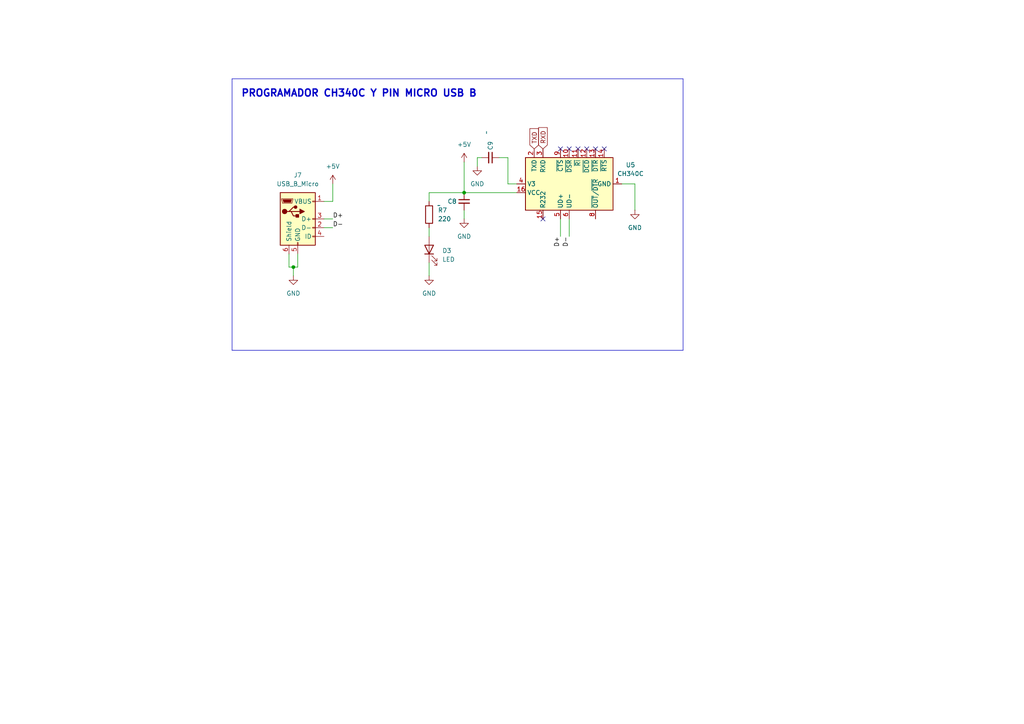
<source format=kicad_sch>
(kicad_sch
	(version 20231120)
	(generator "eeschema")
	(generator_version "8.0")
	(uuid "3c26ac9f-8ef2-43d9-99af-a898e1073b08")
	(paper "A4")
	(title_block
		(title "Progamador CH340C integrado ")
		(date "2024-09-08")
		(company "Space Angels")
	)
	(lib_symbols
		(symbol "Connector:USB_B_Micro"
			(pin_names
				(offset 1.016)
			)
			(exclude_from_sim no)
			(in_bom yes)
			(on_board yes)
			(property "Reference" "J"
				(at -5.08 11.43 0)
				(effects
					(font
						(size 1.27 1.27)
					)
					(justify left)
				)
			)
			(property "Value" "USB_B_Micro"
				(at -5.08 8.89 0)
				(effects
					(font
						(size 1.27 1.27)
					)
					(justify left)
				)
			)
			(property "Footprint" ""
				(at 3.81 -1.27 0)
				(effects
					(font
						(size 1.27 1.27)
					)
					(hide yes)
				)
			)
			(property "Datasheet" "~"
				(at 3.81 -1.27 0)
				(effects
					(font
						(size 1.27 1.27)
					)
					(hide yes)
				)
			)
			(property "Description" "USB Micro Type B connector"
				(at 0 0 0)
				(effects
					(font
						(size 1.27 1.27)
					)
					(hide yes)
				)
			)
			(property "ki_keywords" "connector USB micro"
				(at 0 0 0)
				(effects
					(font
						(size 1.27 1.27)
					)
					(hide yes)
				)
			)
			(property "ki_fp_filters" "USB*"
				(at 0 0 0)
				(effects
					(font
						(size 1.27 1.27)
					)
					(hide yes)
				)
			)
			(symbol "USB_B_Micro_0_1"
				(rectangle
					(start -5.08 -7.62)
					(end 5.08 7.62)
					(stroke
						(width 0.254)
						(type default)
					)
					(fill
						(type background)
					)
				)
				(circle
					(center -3.81 2.159)
					(radius 0.635)
					(stroke
						(width 0.254)
						(type default)
					)
					(fill
						(type outline)
					)
				)
				(circle
					(center -0.635 3.429)
					(radius 0.381)
					(stroke
						(width 0.254)
						(type default)
					)
					(fill
						(type outline)
					)
				)
				(rectangle
					(start -0.127 -7.62)
					(end 0.127 -6.858)
					(stroke
						(width 0)
						(type default)
					)
					(fill
						(type none)
					)
				)
				(polyline
					(pts
						(xy -1.905 2.159) (xy 0.635 2.159)
					)
					(stroke
						(width 0.254)
						(type default)
					)
					(fill
						(type none)
					)
				)
				(polyline
					(pts
						(xy -3.175 2.159) (xy -2.54 2.159) (xy -1.27 3.429) (xy -0.635 3.429)
					)
					(stroke
						(width 0.254)
						(type default)
					)
					(fill
						(type none)
					)
				)
				(polyline
					(pts
						(xy -2.54 2.159) (xy -1.905 2.159) (xy -1.27 0.889) (xy 0 0.889)
					)
					(stroke
						(width 0.254)
						(type default)
					)
					(fill
						(type none)
					)
				)
				(polyline
					(pts
						(xy 0.635 2.794) (xy 0.635 1.524) (xy 1.905 2.159) (xy 0.635 2.794)
					)
					(stroke
						(width 0.254)
						(type default)
					)
					(fill
						(type outline)
					)
				)
				(polyline
					(pts
						(xy -4.318 5.588) (xy -1.778 5.588) (xy -2.032 4.826) (xy -4.064 4.826) (xy -4.318 5.588)
					)
					(stroke
						(width 0)
						(type default)
					)
					(fill
						(type outline)
					)
				)
				(polyline
					(pts
						(xy -4.699 5.842) (xy -4.699 5.588) (xy -4.445 4.826) (xy -4.445 4.572) (xy -1.651 4.572) (xy -1.651 4.826)
						(xy -1.397 5.588) (xy -1.397 5.842) (xy -4.699 5.842)
					)
					(stroke
						(width 0)
						(type default)
					)
					(fill
						(type none)
					)
				)
				(rectangle
					(start 0.254 1.27)
					(end -0.508 0.508)
					(stroke
						(width 0.254)
						(type default)
					)
					(fill
						(type outline)
					)
				)
				(rectangle
					(start 5.08 -5.207)
					(end 4.318 -4.953)
					(stroke
						(width 0)
						(type default)
					)
					(fill
						(type none)
					)
				)
				(rectangle
					(start 5.08 -2.667)
					(end 4.318 -2.413)
					(stroke
						(width 0)
						(type default)
					)
					(fill
						(type none)
					)
				)
				(rectangle
					(start 5.08 -0.127)
					(end 4.318 0.127)
					(stroke
						(width 0)
						(type default)
					)
					(fill
						(type none)
					)
				)
				(rectangle
					(start 5.08 4.953)
					(end 4.318 5.207)
					(stroke
						(width 0)
						(type default)
					)
					(fill
						(type none)
					)
				)
			)
			(symbol "USB_B_Micro_1_1"
				(pin power_out line
					(at 7.62 5.08 180)
					(length 2.54)
					(name "VBUS"
						(effects
							(font
								(size 1.27 1.27)
							)
						)
					)
					(number "1"
						(effects
							(font
								(size 1.27 1.27)
							)
						)
					)
				)
				(pin bidirectional line
					(at 7.62 -2.54 180)
					(length 2.54)
					(name "D-"
						(effects
							(font
								(size 1.27 1.27)
							)
						)
					)
					(number "2"
						(effects
							(font
								(size 1.27 1.27)
							)
						)
					)
				)
				(pin bidirectional line
					(at 7.62 0 180)
					(length 2.54)
					(name "D+"
						(effects
							(font
								(size 1.27 1.27)
							)
						)
					)
					(number "3"
						(effects
							(font
								(size 1.27 1.27)
							)
						)
					)
				)
				(pin passive line
					(at 7.62 -5.08 180)
					(length 2.54)
					(name "ID"
						(effects
							(font
								(size 1.27 1.27)
							)
						)
					)
					(number "4"
						(effects
							(font
								(size 1.27 1.27)
							)
						)
					)
				)
				(pin power_out line
					(at 0 -10.16 90)
					(length 2.54)
					(name "GND"
						(effects
							(font
								(size 1.27 1.27)
							)
						)
					)
					(number "5"
						(effects
							(font
								(size 1.27 1.27)
							)
						)
					)
				)
				(pin passive line
					(at -2.54 -10.16 90)
					(length 2.54)
					(name "Shield"
						(effects
							(font
								(size 1.27 1.27)
							)
						)
					)
					(number "6"
						(effects
							(font
								(size 1.27 1.27)
							)
						)
					)
				)
			)
		)
		(symbol "Device:C_Small"
			(pin_numbers hide)
			(pin_names
				(offset 0.254) hide)
			(exclude_from_sim no)
			(in_bom yes)
			(on_board yes)
			(property "Reference" "C"
				(at 0.254 1.778 0)
				(effects
					(font
						(size 1.27 1.27)
					)
					(justify left)
				)
			)
			(property "Value" "C_Small"
				(at 0.254 -2.032 0)
				(effects
					(font
						(size 1.27 1.27)
					)
					(justify left)
				)
			)
			(property "Footprint" ""
				(at 0 0 0)
				(effects
					(font
						(size 1.27 1.27)
					)
					(hide yes)
				)
			)
			(property "Datasheet" "~"
				(at 0 0 0)
				(effects
					(font
						(size 1.27 1.27)
					)
					(hide yes)
				)
			)
			(property "Description" "Unpolarized capacitor, small symbol"
				(at 0 0 0)
				(effects
					(font
						(size 1.27 1.27)
					)
					(hide yes)
				)
			)
			(property "ki_keywords" "capacitor cap"
				(at 0 0 0)
				(effects
					(font
						(size 1.27 1.27)
					)
					(hide yes)
				)
			)
			(property "ki_fp_filters" "C_*"
				(at 0 0 0)
				(effects
					(font
						(size 1.27 1.27)
					)
					(hide yes)
				)
			)
			(symbol "C_Small_0_1"
				(polyline
					(pts
						(xy -1.524 -0.508) (xy 1.524 -0.508)
					)
					(stroke
						(width 0.3302)
						(type default)
					)
					(fill
						(type none)
					)
				)
				(polyline
					(pts
						(xy -1.524 0.508) (xy 1.524 0.508)
					)
					(stroke
						(width 0.3048)
						(type default)
					)
					(fill
						(type none)
					)
				)
			)
			(symbol "C_Small_1_1"
				(pin passive line
					(at 0 2.54 270)
					(length 2.032)
					(name "~"
						(effects
							(font
								(size 1.27 1.27)
							)
						)
					)
					(number "1"
						(effects
							(font
								(size 1.27 1.27)
							)
						)
					)
				)
				(pin passive line
					(at 0 -2.54 90)
					(length 2.032)
					(name "~"
						(effects
							(font
								(size 1.27 1.27)
							)
						)
					)
					(number "2"
						(effects
							(font
								(size 1.27 1.27)
							)
						)
					)
				)
			)
		)
		(symbol "Device:LED"
			(pin_numbers hide)
			(pin_names
				(offset 1.016) hide)
			(exclude_from_sim no)
			(in_bom yes)
			(on_board yes)
			(property "Reference" "D"
				(at 0 2.54 0)
				(effects
					(font
						(size 1.27 1.27)
					)
				)
			)
			(property "Value" "LED"
				(at 0 -2.54 0)
				(effects
					(font
						(size 1.27 1.27)
					)
				)
			)
			(property "Footprint" ""
				(at 0 0 0)
				(effects
					(font
						(size 1.27 1.27)
					)
					(hide yes)
				)
			)
			(property "Datasheet" "~"
				(at 0 0 0)
				(effects
					(font
						(size 1.27 1.27)
					)
					(hide yes)
				)
			)
			(property "Description" "Light emitting diode"
				(at 0 0 0)
				(effects
					(font
						(size 1.27 1.27)
					)
					(hide yes)
				)
			)
			(property "ki_keywords" "LED diode"
				(at 0 0 0)
				(effects
					(font
						(size 1.27 1.27)
					)
					(hide yes)
				)
			)
			(property "ki_fp_filters" "LED* LED_SMD:* LED_THT:*"
				(at 0 0 0)
				(effects
					(font
						(size 1.27 1.27)
					)
					(hide yes)
				)
			)
			(symbol "LED_0_1"
				(polyline
					(pts
						(xy -1.27 -1.27) (xy -1.27 1.27)
					)
					(stroke
						(width 0.254)
						(type default)
					)
					(fill
						(type none)
					)
				)
				(polyline
					(pts
						(xy -1.27 0) (xy 1.27 0)
					)
					(stroke
						(width 0)
						(type default)
					)
					(fill
						(type none)
					)
				)
				(polyline
					(pts
						(xy 1.27 -1.27) (xy 1.27 1.27) (xy -1.27 0) (xy 1.27 -1.27)
					)
					(stroke
						(width 0.254)
						(type default)
					)
					(fill
						(type none)
					)
				)
				(polyline
					(pts
						(xy -3.048 -0.762) (xy -4.572 -2.286) (xy -3.81 -2.286) (xy -4.572 -2.286) (xy -4.572 -1.524)
					)
					(stroke
						(width 0)
						(type default)
					)
					(fill
						(type none)
					)
				)
				(polyline
					(pts
						(xy -1.778 -0.762) (xy -3.302 -2.286) (xy -2.54 -2.286) (xy -3.302 -2.286) (xy -3.302 -1.524)
					)
					(stroke
						(width 0)
						(type default)
					)
					(fill
						(type none)
					)
				)
			)
			(symbol "LED_1_1"
				(pin passive line
					(at -3.81 0 0)
					(length 2.54)
					(name "K"
						(effects
							(font
								(size 1.27 1.27)
							)
						)
					)
					(number "1"
						(effects
							(font
								(size 1.27 1.27)
							)
						)
					)
				)
				(pin passive line
					(at 3.81 0 180)
					(length 2.54)
					(name "A"
						(effects
							(font
								(size 1.27 1.27)
							)
						)
					)
					(number "2"
						(effects
							(font
								(size 1.27 1.27)
							)
						)
					)
				)
			)
		)
		(symbol "Device:R"
			(pin_numbers hide)
			(pin_names
				(offset 0)
			)
			(exclude_from_sim no)
			(in_bom yes)
			(on_board yes)
			(property "Reference" "R"
				(at 2.032 0 90)
				(effects
					(font
						(size 1.27 1.27)
					)
				)
			)
			(property "Value" "R"
				(at 0 0 90)
				(effects
					(font
						(size 1.27 1.27)
					)
				)
			)
			(property "Footprint" ""
				(at -1.778 0 90)
				(effects
					(font
						(size 1.27 1.27)
					)
					(hide yes)
				)
			)
			(property "Datasheet" "~"
				(at 0 0 0)
				(effects
					(font
						(size 1.27 1.27)
					)
					(hide yes)
				)
			)
			(property "Description" "Resistor"
				(at 0 0 0)
				(effects
					(font
						(size 1.27 1.27)
					)
					(hide yes)
				)
			)
			(property "ki_keywords" "R res resistor"
				(at 0 0 0)
				(effects
					(font
						(size 1.27 1.27)
					)
					(hide yes)
				)
			)
			(property "ki_fp_filters" "R_*"
				(at 0 0 0)
				(effects
					(font
						(size 1.27 1.27)
					)
					(hide yes)
				)
			)
			(symbol "R_0_1"
				(rectangle
					(start -1.016 -2.54)
					(end 1.016 2.54)
					(stroke
						(width 0.254)
						(type default)
					)
					(fill
						(type none)
					)
				)
			)
			(symbol "R_1_1"
				(pin passive line
					(at 0 3.81 270)
					(length 1.27)
					(name "~"
						(effects
							(font
								(size 1.27 1.27)
							)
						)
					)
					(number "1"
						(effects
							(font
								(size 1.27 1.27)
							)
						)
					)
				)
				(pin passive line
					(at 0 -3.81 90)
					(length 1.27)
					(name "~"
						(effects
							(font
								(size 1.27 1.27)
							)
						)
					)
					(number "2"
						(effects
							(font
								(size 1.27 1.27)
							)
						)
					)
				)
			)
		)
		(symbol "GND_3"
			(power)
			(pin_numbers hide)
			(pin_names
				(offset 0) hide)
			(exclude_from_sim no)
			(in_bom yes)
			(on_board yes)
			(property "Reference" "#PWR"
				(at 0 -6.35 0)
				(effects
					(font
						(size 1.27 1.27)
					)
					(hide yes)
				)
			)
			(property "Value" "GND"
				(at 0 -3.81 0)
				(effects
					(font
						(size 1.27 1.27)
					)
				)
			)
			(property "Footprint" ""
				(at 0 0 0)
				(effects
					(font
						(size 1.27 1.27)
					)
					(hide yes)
				)
			)
			(property "Datasheet" ""
				(at 0 0 0)
				(effects
					(font
						(size 1.27 1.27)
					)
					(hide yes)
				)
			)
			(property "Description" "Power symbol creates a global label with name \"GND\" , ground"
				(at 0 0 0)
				(effects
					(font
						(size 1.27 1.27)
					)
					(hide yes)
				)
			)
			(property "ki_keywords" "global power"
				(at 0 0 0)
				(effects
					(font
						(size 1.27 1.27)
					)
					(hide yes)
				)
			)
			(symbol "GND_3_0_1"
				(polyline
					(pts
						(xy 0 0) (xy 0 -1.27) (xy 1.27 -1.27) (xy 0 -2.54) (xy -1.27 -1.27) (xy 0 -1.27)
					)
					(stroke
						(width 0)
						(type default)
					)
					(fill
						(type none)
					)
				)
			)
			(symbol "GND_3_1_1"
				(pin power_in line
					(at 0 0 270)
					(length 0)
					(name "~"
						(effects
							(font
								(size 1.27 1.27)
							)
						)
					)
					(number "1"
						(effects
							(font
								(size 1.27 1.27)
							)
						)
					)
				)
			)
		)
		(symbol "Interface_USB:CH340C"
			(exclude_from_sim no)
			(in_bom yes)
			(on_board yes)
			(property "Reference" "U"
				(at -5.08 13.97 0)
				(effects
					(font
						(size 1.27 1.27)
					)
					(justify right)
				)
			)
			(property "Value" "CH340C"
				(at 1.27 13.97 0)
				(effects
					(font
						(size 1.27 1.27)
					)
					(justify left)
				)
			)
			(property "Footprint" "Package_SO:SOIC-16_3.9x9.9mm_P1.27mm"
				(at 1.27 -13.97 0)
				(effects
					(font
						(size 1.27 1.27)
					)
					(justify left)
					(hide yes)
				)
			)
			(property "Datasheet" "https://datasheet.lcsc.com/szlcsc/Jiangsu-Qin-Heng-CH340C_C84681.pdf"
				(at -8.89 20.32 0)
				(effects
					(font
						(size 1.27 1.27)
					)
					(hide yes)
				)
			)
			(property "Description" "USB serial converter, UART, SOIC-16"
				(at 0 0 0)
				(effects
					(font
						(size 1.27 1.27)
					)
					(hide yes)
				)
			)
			(property "ki_keywords" "USB UART Serial Converter Interface"
				(at 0 0 0)
				(effects
					(font
						(size 1.27 1.27)
					)
					(hide yes)
				)
			)
			(property "ki_fp_filters" "SOIC*3.9x9.9mm*P1.27mm*"
				(at 0 0 0)
				(effects
					(font
						(size 1.27 1.27)
					)
					(hide yes)
				)
			)
			(symbol "CH340C_0_1"
				(rectangle
					(start -7.62 12.7)
					(end 7.62 -12.7)
					(stroke
						(width 0.254)
						(type default)
					)
					(fill
						(type background)
					)
				)
			)
			(symbol "CH340C_1_1"
				(pin power_in line
					(at 0 -15.24 90)
					(length 2.54)
					(name "GND"
						(effects
							(font
								(size 1.27 1.27)
							)
						)
					)
					(number "1"
						(effects
							(font
								(size 1.27 1.27)
							)
						)
					)
				)
				(pin input line
					(at 10.16 0 180)
					(length 2.54)
					(name "~{DSR}"
						(effects
							(font
								(size 1.27 1.27)
							)
						)
					)
					(number "10"
						(effects
							(font
								(size 1.27 1.27)
							)
						)
					)
				)
				(pin input line
					(at 10.16 -2.54 180)
					(length 2.54)
					(name "~{RI}"
						(effects
							(font
								(size 1.27 1.27)
							)
						)
					)
					(number "11"
						(effects
							(font
								(size 1.27 1.27)
							)
						)
					)
				)
				(pin input line
					(at 10.16 -5.08 180)
					(length 2.54)
					(name "~{DCD}"
						(effects
							(font
								(size 1.27 1.27)
							)
						)
					)
					(number "12"
						(effects
							(font
								(size 1.27 1.27)
							)
						)
					)
				)
				(pin output line
					(at 10.16 -7.62 180)
					(length 2.54)
					(name "~{DTR}"
						(effects
							(font
								(size 1.27 1.27)
							)
						)
					)
					(number "13"
						(effects
							(font
								(size 1.27 1.27)
							)
						)
					)
				)
				(pin output line
					(at 10.16 -10.16 180)
					(length 2.54)
					(name "~{RTS}"
						(effects
							(font
								(size 1.27 1.27)
							)
						)
					)
					(number "14"
						(effects
							(font
								(size 1.27 1.27)
							)
						)
					)
				)
				(pin input line
					(at -10.16 7.62 0)
					(length 2.54)
					(name "R232"
						(effects
							(font
								(size 1.27 1.27)
							)
						)
					)
					(number "15"
						(effects
							(font
								(size 1.27 1.27)
							)
						)
					)
				)
				(pin power_in line
					(at -2.54 15.24 270)
					(length 2.54)
					(name "VCC"
						(effects
							(font
								(size 1.27 1.27)
							)
						)
					)
					(number "16"
						(effects
							(font
								(size 1.27 1.27)
							)
						)
					)
				)
				(pin output line
					(at 10.16 10.16 180)
					(length 2.54)
					(name "TXD"
						(effects
							(font
								(size 1.27 1.27)
							)
						)
					)
					(number "2"
						(effects
							(font
								(size 1.27 1.27)
							)
						)
					)
				)
				(pin input line
					(at 10.16 7.62 180)
					(length 2.54)
					(name "RXD"
						(effects
							(font
								(size 1.27 1.27)
							)
						)
					)
					(number "3"
						(effects
							(font
								(size 1.27 1.27)
							)
						)
					)
				)
				(pin power_out line
					(at 0 15.24 270)
					(length 2.54)
					(name "V3"
						(effects
							(font
								(size 1.27 1.27)
							)
						)
					)
					(number "4"
						(effects
							(font
								(size 1.27 1.27)
							)
						)
					)
				)
				(pin bidirectional line
					(at -10.16 2.54 0)
					(length 2.54)
					(name "UD+"
						(effects
							(font
								(size 1.27 1.27)
							)
						)
					)
					(number "5"
						(effects
							(font
								(size 1.27 1.27)
							)
						)
					)
				)
				(pin bidirectional line
					(at -10.16 0 0)
					(length 2.54)
					(name "UD-"
						(effects
							(font
								(size 1.27 1.27)
							)
						)
					)
					(number "6"
						(effects
							(font
								(size 1.27 1.27)
							)
						)
					)
				)
				(pin no_connect line
					(at -7.62 -5.08 0)
					(length 2.54) hide
					(name "NC"
						(effects
							(font
								(size 1.27 1.27)
							)
						)
					)
					(number "7"
						(effects
							(font
								(size 1.27 1.27)
							)
						)
					)
				)
				(pin output line
					(at -10.16 -7.62 0)
					(length 2.54)
					(name "~{OUT}/~{DTR}"
						(effects
							(font
								(size 1.27 1.27)
							)
						)
					)
					(number "8"
						(effects
							(font
								(size 1.27 1.27)
							)
						)
					)
				)
				(pin input line
					(at 10.16 2.54 180)
					(length 2.54)
					(name "~{CTS}"
						(effects
							(font
								(size 1.27 1.27)
							)
						)
					)
					(number "9"
						(effects
							(font
								(size 1.27 1.27)
							)
						)
					)
				)
			)
		)
		(symbol "power:+5V"
			(power)
			(pin_numbers hide)
			(pin_names
				(offset 0) hide)
			(exclude_from_sim no)
			(in_bom yes)
			(on_board yes)
			(property "Reference" "#PWR"
				(at 0 -3.81 0)
				(effects
					(font
						(size 1.27 1.27)
					)
					(hide yes)
				)
			)
			(property "Value" "+5V"
				(at 0 3.556 0)
				(effects
					(font
						(size 1.27 1.27)
					)
				)
			)
			(property "Footprint" ""
				(at 0 0 0)
				(effects
					(font
						(size 1.27 1.27)
					)
					(hide yes)
				)
			)
			(property "Datasheet" ""
				(at 0 0 0)
				(effects
					(font
						(size 1.27 1.27)
					)
					(hide yes)
				)
			)
			(property "Description" "Power symbol creates a global label with name \"+5V\""
				(at 0 0 0)
				(effects
					(font
						(size 1.27 1.27)
					)
					(hide yes)
				)
			)
			(property "ki_keywords" "global power"
				(at 0 0 0)
				(effects
					(font
						(size 1.27 1.27)
					)
					(hide yes)
				)
			)
			(symbol "+5V_0_1"
				(polyline
					(pts
						(xy -0.762 1.27) (xy 0 2.54)
					)
					(stroke
						(width 0)
						(type default)
					)
					(fill
						(type none)
					)
				)
				(polyline
					(pts
						(xy 0 0) (xy 0 2.54)
					)
					(stroke
						(width 0)
						(type default)
					)
					(fill
						(type none)
					)
				)
				(polyline
					(pts
						(xy 0 2.54) (xy 0.762 1.27)
					)
					(stroke
						(width 0)
						(type default)
					)
					(fill
						(type none)
					)
				)
			)
			(symbol "+5V_1_1"
				(pin power_in line
					(at 0 0 90)
					(length 0)
					(name "~"
						(effects
							(font
								(size 1.27 1.27)
							)
						)
					)
					(number "1"
						(effects
							(font
								(size 1.27 1.27)
							)
						)
					)
				)
			)
		)
	)
	(junction
		(at 85.09 77.47)
		(diameter 0)
		(color 0 0 0 0)
		(uuid "c64e1f0b-b1fc-4ad2-9b48-b66f31429e1f")
	)
	(junction
		(at 134.62 55.88)
		(diameter 0)
		(color 0 0 0 0)
		(uuid "e5eaabab-10e7-4f77-98ee-200158def001")
	)
	(no_connect
		(at 167.64 43.18)
		(uuid "35c1e2df-e5a8-48ec-a105-dc4accd172a2")
	)
	(no_connect
		(at 162.56 43.18)
		(uuid "62a14de6-80eb-46b4-bd56-266d5805e21f")
	)
	(no_connect
		(at 175.26 43.18)
		(uuid "6b5ce397-20d3-4c1f-ba17-35b994916633")
	)
	(no_connect
		(at 170.18 43.18)
		(uuid "6dd931f4-07f6-4889-8730-a93f92053779")
	)
	(no_connect
		(at 157.48 63.5)
		(uuid "a7e66a65-28fa-41ad-a710-4dfdfc993f0c")
	)
	(no_connect
		(at 165.1 43.18)
		(uuid "d048a04e-abee-4100-adaa-8a162a6f7e9a")
	)
	(no_connect
		(at 172.72 43.18)
		(uuid "d2240a25-fa8b-4af2-9f5d-2bdd3ebc4ac4")
	)
	(wire
		(pts
			(xy 124.46 76.2) (xy 124.46 80.01)
		)
		(stroke
			(width 0)
			(type default)
		)
		(uuid "0266a658-b05b-43c8-ae72-e051e95e9170")
	)
	(wire
		(pts
			(xy 124.46 58.42) (xy 124.46 55.88)
		)
		(stroke
			(width 0)
			(type default)
		)
		(uuid "11fc5ab3-2532-411d-a0e1-4d2fc5dc5823")
	)
	(polyline
		(pts
			(xy 67.31 22.86) (xy 198.12 22.86)
		)
		(stroke
			(width 0)
			(type default)
		)
		(uuid "1fde78cc-d5df-4c5a-9054-dc94c0141abd")
	)
	(wire
		(pts
			(xy 83.82 73.66) (xy 83.82 77.47)
		)
		(stroke
			(width 0)
			(type default)
		)
		(uuid "27498e58-f910-4913-8fde-1fcc0fc4fb93")
	)
	(polyline
		(pts
			(xy 67.31 22.86) (xy 67.31 101.6)
		)
		(stroke
			(width 0)
			(type default)
		)
		(uuid "3f94e8ac-3b75-440f-aba9-c49b766361a3")
	)
	(wire
		(pts
			(xy 86.36 77.47) (xy 85.09 77.47)
		)
		(stroke
			(width 0)
			(type default)
		)
		(uuid "45ba655b-6eb4-4658-9522-4c6e5168f363")
	)
	(wire
		(pts
			(xy 147.32 53.34) (xy 149.86 53.34)
		)
		(stroke
			(width 0)
			(type default)
		)
		(uuid "634cb581-c99c-4059-bdba-f258609cd606")
	)
	(wire
		(pts
			(xy 138.43 45.72) (xy 139.7 45.72)
		)
		(stroke
			(width 0)
			(type default)
		)
		(uuid "67501877-d7f1-47be-8e0c-33b0572ca732")
	)
	(wire
		(pts
			(xy 162.56 68.58) (xy 162.56 63.5)
		)
		(stroke
			(width 0)
			(type default)
		)
		(uuid "687c10f1-a4f8-4cbb-ac6d-ec67ae1013a4")
	)
	(wire
		(pts
			(xy 86.36 73.66) (xy 86.36 77.47)
		)
		(stroke
			(width 0)
			(type default)
		)
		(uuid "6b303081-3467-4e03-b45c-d4d566c30685")
	)
	(polyline
		(pts
			(xy 67.31 101.6) (xy 198.12 101.6)
		)
		(stroke
			(width 0)
			(type default)
		)
		(uuid "837a1f8a-2c65-4f5e-98f1-bf0a52be9f5e")
	)
	(wire
		(pts
			(xy 184.15 60.96) (xy 184.15 53.34)
		)
		(stroke
			(width 0)
			(type default)
		)
		(uuid "838e6b9b-2d68-4beb-b01f-0d8f27dbb634")
	)
	(wire
		(pts
			(xy 165.1 68.58) (xy 165.1 63.5)
		)
		(stroke
			(width 0)
			(type default)
		)
		(uuid "849ad1bc-f90f-44e5-b230-97c42dbf71de")
	)
	(wire
		(pts
			(xy 83.82 77.47) (xy 85.09 77.47)
		)
		(stroke
			(width 0)
			(type default)
		)
		(uuid "8a3283fb-606d-40f6-ae5a-3b4d1c4353dc")
	)
	(wire
		(pts
			(xy 85.09 80.01) (xy 85.09 77.47)
		)
		(stroke
			(width 0)
			(type default)
		)
		(uuid "95d276b7-0930-48b5-a663-d2f93afb89d2")
	)
	(wire
		(pts
			(xy 144.78 45.72) (xy 147.32 45.72)
		)
		(stroke
			(width 0)
			(type default)
		)
		(uuid "a4977d80-0087-49ac-9459-7f44bd9b8776")
	)
	(wire
		(pts
			(xy 134.62 55.88) (xy 149.86 55.88)
		)
		(stroke
			(width 0)
			(type default)
		)
		(uuid "b8717f4b-45b3-407d-89f7-ff8f8cd41417")
	)
	(wire
		(pts
			(xy 147.32 45.72) (xy 147.32 53.34)
		)
		(stroke
			(width 0)
			(type default)
		)
		(uuid "bf763dc7-f00d-4ea8-92f8-76066743501c")
	)
	(wire
		(pts
			(xy 93.98 58.42) (xy 96.52 58.42)
		)
		(stroke
			(width 0)
			(type default)
		)
		(uuid "c397c278-4911-4201-a1b7-e50e32c08edc")
	)
	(wire
		(pts
			(xy 134.62 60.96) (xy 134.62 63.5)
		)
		(stroke
			(width 0)
			(type default)
		)
		(uuid "c3a14223-871f-429f-be75-6f9e3ecab1e6")
	)
	(wire
		(pts
			(xy 96.52 63.5) (xy 93.98 63.5)
		)
		(stroke
			(width 0)
			(type default)
		)
		(uuid "c3ac0743-c02f-47db-8a94-1f12a06717a7")
	)
	(polyline
		(pts
			(xy 198.12 101.6) (xy 198.12 22.86)
		)
		(stroke
			(width 0)
			(type default)
		)
		(uuid "c5c92cf0-bb0a-4b06-b62f-12fa2e5aea60")
	)
	(wire
		(pts
			(xy 96.52 58.42) (xy 96.52 53.34)
		)
		(stroke
			(width 0)
			(type default)
		)
		(uuid "d259c3ac-36d0-4e5a-922e-94dd8bff8aeb")
	)
	(wire
		(pts
			(xy 124.46 66.04) (xy 124.46 68.58)
		)
		(stroke
			(width 0)
			(type default)
		)
		(uuid "d8da3ce9-95a0-428d-8718-bd6108f0cad2")
	)
	(wire
		(pts
			(xy 96.52 66.04) (xy 93.98 66.04)
		)
		(stroke
			(width 0)
			(type default)
		)
		(uuid "d9253008-9109-4306-8234-e2340c149d94")
	)
	(wire
		(pts
			(xy 184.15 53.34) (xy 180.34 53.34)
		)
		(stroke
			(width 0)
			(type default)
		)
		(uuid "e65b5a78-2a21-43ab-bc88-e0bfba6abdd6")
	)
	(wire
		(pts
			(xy 134.62 46.99) (xy 134.62 55.88)
		)
		(stroke
			(width 0)
			(type default)
		)
		(uuid "e7cf6a27-ba21-40af-bed2-2b0eb5b4c8fe")
	)
	(wire
		(pts
			(xy 124.46 55.88) (xy 134.62 55.88)
		)
		(stroke
			(width 0)
			(type default)
		)
		(uuid "e96bfbfe-1d14-4e0e-a0b5-8c239c8be447")
	)
	(wire
		(pts
			(xy 138.43 48.26) (xy 138.43 45.72)
		)
		(stroke
			(width 0)
			(type default)
		)
		(uuid "fe41e80c-0fa0-4259-8c16-f514de77e64a")
	)
	(text "PROGRAMADOR CH340C Y PIN MICRO USB B"
		(exclude_from_sim no)
		(at 104.14 27.178 0)
		(effects
			(font
				(size 2.032 2.032)
				(bold yes)
			)
		)
		(uuid "f42d3b36-529e-4375-9248-88b40e52ea4c")
	)
	(label "D-"
		(at 96.52 66.04 0)
		(fields_autoplaced yes)
		(effects
			(font
				(size 1.27 1.27)
			)
			(justify left bottom)
		)
		(uuid "4c51425e-3024-4af1-b2db-32ae1ec4d588")
	)
	(label "D-"
		(at 165.1 68.58 270)
		(fields_autoplaced yes)
		(effects
			(font
				(size 1.27 1.27)
			)
			(justify right bottom)
		)
		(uuid "73f0b7e9-7324-4657-ba68-fd27b5a1b670")
	)
	(label "D+"
		(at 96.52 63.5 0)
		(fields_autoplaced yes)
		(effects
			(font
				(size 1.27 1.27)
			)
			(justify left bottom)
		)
		(uuid "8550f1aa-0bda-4655-b0cb-843822240154")
	)
	(label "D+"
		(at 162.56 68.58 270)
		(fields_autoplaced yes)
		(effects
			(font
				(size 1.27 1.27)
			)
			(justify right bottom)
		)
		(uuid "bd7736de-b2df-4212-bd1b-b84b6a136229")
	)
	(global_label "RXD"
		(shape input)
		(at 157.48 43.18 90)
		(fields_autoplaced yes)
		(effects
			(font
				(size 1.27 1.27)
			)
			(justify left)
		)
		(uuid "36b028b1-bf64-4756-b94e-8b8fb31dafe5")
		(property "Intersheetrefs" "${INTERSHEET_REFS}"
			(at 157.48 36.4453 90)
			(effects
				(font
					(size 1.27 1.27)
				)
				(justify left)
				(hide yes)
			)
		)
	)
	(global_label "TXD"
		(shape input)
		(at 154.94 43.18 90)
		(fields_autoplaced yes)
		(effects
			(font
				(size 1.27 1.27)
			)
			(justify left)
		)
		(uuid "a3918418-9954-48a0-b9bf-1ee8b7729c92")
		(property "Intersheetrefs" "${INTERSHEET_REFS}"
			(at 154.94 36.7477 90)
			(effects
				(font
					(size 1.27 1.27)
				)
				(justify left)
				(hide yes)
			)
		)
	)
	(symbol
		(lib_name "GND_3")
		(lib_id "power:GND")
		(at 85.09 80.01 0)
		(unit 1)
		(exclude_from_sim no)
		(in_bom yes)
		(on_board yes)
		(dnp no)
		(fields_autoplaced yes)
		(uuid "0c05eadf-dd39-4a92-9882-b33d4f216981")
		(property "Reference" "#PWR032"
			(at 85.09 86.36 0)
			(effects
				(font
					(size 1.27 1.27)
				)
				(hide yes)
			)
		)
		(property "Value" "GND"
			(at 85.09 85.09 0)
			(effects
				(font
					(size 1.27 1.27)
				)
			)
		)
		(property "Footprint" ""
			(at 85.09 80.01 0)
			(effects
				(font
					(size 1.27 1.27)
				)
				(hide yes)
			)
		)
		(property "Datasheet" ""
			(at 85.09 80.01 0)
			(effects
				(font
					(size 1.27 1.27)
				)
				(hide yes)
			)
		)
		(property "Description" "Power symbol creates a global label with name \"GND\" , ground"
			(at 85.09 80.01 0)
			(effects
				(font
					(size 1.27 1.27)
				)
				(hide yes)
			)
		)
		(pin "1"
			(uuid "7c9f16e7-ffff-421a-a893-9cde458203f2")
		)
		(instances
			(project "PCBTriatlonWAY"
				(path "/a99fd3cc-360c-45d8-99bf-48daceb83db2/0950815c-903c-4619-ab07-b41342fe63d7"
					(reference "#PWR032")
					(unit 1)
				)
			)
		)
	)
	(symbol
		(lib_name "GND_3")
		(lib_id "power:GND")
		(at 134.62 63.5 0)
		(unit 1)
		(exclude_from_sim no)
		(in_bom yes)
		(on_board yes)
		(dnp no)
		(fields_autoplaced yes)
		(uuid "218941ff-2c1e-40a8-aca6-fed08f942c09")
		(property "Reference" "#PWR037"
			(at 134.62 69.85 0)
			(effects
				(font
					(size 1.27 1.27)
				)
				(hide yes)
			)
		)
		(property "Value" "GND"
			(at 134.62 68.58 0)
			(effects
				(font
					(size 1.27 1.27)
				)
			)
		)
		(property "Footprint" ""
			(at 134.62 63.5 0)
			(effects
				(font
					(size 1.27 1.27)
				)
				(hide yes)
			)
		)
		(property "Datasheet" ""
			(at 134.62 63.5 0)
			(effects
				(font
					(size 1.27 1.27)
				)
				(hide yes)
			)
		)
		(property "Description" "Power symbol creates a global label with name \"GND\" , ground"
			(at 134.62 63.5 0)
			(effects
				(font
					(size 1.27 1.27)
				)
				(hide yes)
			)
		)
		(pin "1"
			(uuid "8095c00f-3b59-4e7a-aace-3383dabc3819")
		)
		(instances
			(project "PCBTriatlonWAY"
				(path "/a99fd3cc-360c-45d8-99bf-48daceb83db2/0950815c-903c-4619-ab07-b41342fe63d7"
					(reference "#PWR037")
					(unit 1)
				)
			)
		)
	)
	(symbol
		(lib_id "Connector:USB_B_Micro")
		(at 86.36 63.5 0)
		(unit 1)
		(exclude_from_sim no)
		(in_bom yes)
		(on_board yes)
		(dnp no)
		(fields_autoplaced yes)
		(uuid "239b4888-ff5f-4952-af65-5d28f57218a1")
		(property "Reference" "J7"
			(at 86.36 50.8 0)
			(effects
				(font
					(size 1.27 1.27)
				)
			)
		)
		(property "Value" "USB_B_Micro"
			(at 86.36 53.34 0)
			(effects
				(font
					(size 1.27 1.27)
				)
			)
		)
		(property "Footprint" "Connector_USB:USB_Micro-B_Molex-105017-0001"
			(at 90.17 64.77 0)
			(effects
				(font
					(size 1.27 1.27)
				)
				(hide yes)
			)
		)
		(property "Datasheet" "~"
			(at 90.17 64.77 0)
			(effects
				(font
					(size 1.27 1.27)
				)
				(hide yes)
			)
		)
		(property "Description" "USB Micro Type B connector"
			(at 86.36 63.5 0)
			(effects
				(font
					(size 1.27 1.27)
				)
				(hide yes)
			)
		)
		(pin "3"
			(uuid "d717ca25-9f49-44e0-85ce-8fdf00435930")
		)
		(pin "1"
			(uuid "8228dd9f-d0a2-4252-b54a-7be1c5b64e11")
		)
		(pin "2"
			(uuid "48c30a44-2fe4-4a68-82bd-d1b429a487ae")
		)
		(pin "4"
			(uuid "232e146f-c3c0-4554-8a79-b53f966dec44")
		)
		(pin "6"
			(uuid "b9eb6963-4b92-42cc-b211-2a06ad601f34")
		)
		(pin "5"
			(uuid "824fc010-ebb4-4160-a47c-1aee480a3518")
		)
		(instances
			(project "PCBTriatlonWAY"
				(path "/a99fd3cc-360c-45d8-99bf-48daceb83db2/0950815c-903c-4619-ab07-b41342fe63d7"
					(reference "J7")
					(unit 1)
				)
			)
		)
	)
	(symbol
		(lib_id "Interface_USB:CH340C")
		(at 165.1 53.34 90)
		(unit 1)
		(exclude_from_sim no)
		(in_bom yes)
		(on_board yes)
		(dnp no)
		(fields_autoplaced yes)
		(uuid "5046a89f-98d8-4363-bddf-a61d1f36e0e2")
		(property "Reference" "U5"
			(at 182.88 47.8438 90)
			(effects
				(font
					(size 1.27 1.27)
				)
			)
		)
		(property "Value" "CH340C"
			(at 182.88 50.3838 90)
			(effects
				(font
					(size 1.27 1.27)
				)
			)
		)
		(property "Footprint" "Package_SO:SOIC-16_3.9x9.9mm_P1.27mm"
			(at 179.07 52.07 0)
			(effects
				(font
					(size 1.27 1.27)
				)
				(justify left)
				(hide yes)
			)
		)
		(property "Datasheet" "https://datasheet.lcsc.com/szlcsc/Jiangsu-Qin-Heng-CH340C_C84681.pdf"
			(at 144.78 62.23 0)
			(effects
				(font
					(size 1.27 1.27)
				)
				(hide yes)
			)
		)
		(property "Description" "USB serial converter, UART, SOIC-16"
			(at 165.1 53.34 0)
			(effects
				(font
					(size 1.27 1.27)
				)
				(hide yes)
			)
		)
		(pin "5"
			(uuid "c6ad1323-5cfa-49cf-93b1-d14d2afacacc")
		)
		(pin "1"
			(uuid "b381ba6a-b779-4eb4-b2b5-f2ba0b172b78")
		)
		(pin "12"
			(uuid "fe7515e1-250d-4bf1-b008-51351be0292f")
		)
		(pin "2"
			(uuid "76c9a29a-eeee-4e3f-8303-151b4e602c2a")
		)
		(pin "16"
			(uuid "dcce8df0-59da-4883-81aa-46425fe9963a")
		)
		(pin "7"
			(uuid "fc08d022-f5e5-4c40-8f78-d29d673c064b")
		)
		(pin "4"
			(uuid "e87ed46a-f0e2-4ecd-9997-230ed285c063")
		)
		(pin "15"
			(uuid "c32aa736-86e4-4b67-9172-b21b008482e3")
		)
		(pin "11"
			(uuid "033e31b8-d499-421c-aea5-baf65a7560be")
		)
		(pin "10"
			(uuid "4d8712d8-97e5-40ba-ac6d-f3386f98ce2c")
		)
		(pin "13"
			(uuid "3c200691-f9fb-4453-8df0-aabab163530e")
		)
		(pin "9"
			(uuid "42a02903-eefd-4241-8f85-7a4e9cf708b2")
		)
		(pin "3"
			(uuid "0d2a0274-3d7f-4049-a42e-dc4c3d1f5146")
		)
		(pin "14"
			(uuid "80e6b75a-dcff-4e44-8030-bb1d4ffad7df")
		)
		(pin "6"
			(uuid "04c12575-e4e5-4f38-ad03-d45b375f6c9f")
		)
		(pin "8"
			(uuid "59c0e390-4fa3-49ac-a410-ea8f202e5aa4")
		)
		(instances
			(project "PCBTriatlonWAY"
				(path "/a99fd3cc-360c-45d8-99bf-48daceb83db2/0950815c-903c-4619-ab07-b41342fe63d7"
					(reference "U5")
					(unit 1)
				)
			)
		)
	)
	(symbol
		(lib_name "GND_3")
		(lib_id "power:GND")
		(at 184.15 60.96 0)
		(unit 1)
		(exclude_from_sim no)
		(in_bom yes)
		(on_board yes)
		(dnp no)
		(fields_autoplaced yes)
		(uuid "6a65490e-4e2b-4439-9455-dbc2219af1e8")
		(property "Reference" "#PWR034"
			(at 184.15 67.31 0)
			(effects
				(font
					(size 1.27 1.27)
				)
				(hide yes)
			)
		)
		(property "Value" "GND"
			(at 184.15 66.04 0)
			(effects
				(font
					(size 1.27 1.27)
				)
			)
		)
		(property "Footprint" ""
			(at 184.15 60.96 0)
			(effects
				(font
					(size 1.27 1.27)
				)
				(hide yes)
			)
		)
		(property "Datasheet" ""
			(at 184.15 60.96 0)
			(effects
				(font
					(size 1.27 1.27)
				)
				(hide yes)
			)
		)
		(property "Description" "Power symbol creates a global label with name \"GND\" , ground"
			(at 184.15 60.96 0)
			(effects
				(font
					(size 1.27 1.27)
				)
				(hide yes)
			)
		)
		(pin "1"
			(uuid "809b8c70-8f20-4a96-accf-3c5c2c7114ef")
		)
		(instances
			(project "PCBTriatlonWAY"
				(path "/a99fd3cc-360c-45d8-99bf-48daceb83db2/0950815c-903c-4619-ab07-b41342fe63d7"
					(reference "#PWR034")
					(unit 1)
				)
			)
		)
	)
	(symbol
		(lib_id "power:+5V")
		(at 134.62 46.99 0)
		(unit 1)
		(exclude_from_sim no)
		(in_bom yes)
		(on_board yes)
		(dnp no)
		(fields_autoplaced yes)
		(uuid "77085ed1-543a-48b2-a09c-9bef4643050c")
		(property "Reference" "#PWR036"
			(at 134.62 50.8 0)
			(effects
				(font
					(size 1.27 1.27)
				)
				(hide yes)
			)
		)
		(property "Value" "+5V"
			(at 134.62 41.91 0)
			(effects
				(font
					(size 1.27 1.27)
				)
			)
		)
		(property "Footprint" ""
			(at 134.62 46.99 0)
			(effects
				(font
					(size 1.27 1.27)
				)
				(hide yes)
			)
		)
		(property "Datasheet" ""
			(at 134.62 46.99 0)
			(effects
				(font
					(size 1.27 1.27)
				)
				(hide yes)
			)
		)
		(property "Description" "Power symbol creates a global label with name \"+5V\""
			(at 134.62 46.99 0)
			(effects
				(font
					(size 1.27 1.27)
				)
				(hide yes)
			)
		)
		(pin "1"
			(uuid "33fe4ddb-4d6b-48f1-8e50-818eea177ad7")
		)
		(instances
			(project "PCBTriatlonWAY"
				(path "/a99fd3cc-360c-45d8-99bf-48daceb83db2/0950815c-903c-4619-ab07-b41342fe63d7"
					(reference "#PWR036")
					(unit 1)
				)
			)
		)
	)
	(symbol
		(lib_id "Device:C_Small")
		(at 134.62 58.42 0)
		(unit 1)
		(exclude_from_sim no)
		(in_bom yes)
		(on_board yes)
		(dnp no)
		(uuid "84e98755-f03a-4458-a163-3510599b6ba6")
		(property "Reference" "C8"
			(at 129.794 58.42 0)
			(effects
				(font
					(size 1.27 1.27)
				)
				(justify left)
			)
		)
		(property "Value" "~"
			(at 126.746 59.579 0)
			(effects
				(font
					(size 1.27 1.27)
				)
				(justify left)
			)
		)
		(property "Footprint" "Capacitor_SMD:C_0805_2012Metric_Pad1.18x1.45mm_HandSolder"
			(at 134.62 58.42 0)
			(effects
				(font
					(size 1.27 1.27)
				)
				(hide yes)
			)
		)
		(property "Datasheet" "~"
			(at 134.62 58.42 0)
			(effects
				(font
					(size 1.27 1.27)
				)
				(hide yes)
			)
		)
		(property "Description" ""
			(at 134.62 58.42 0)
			(effects
				(font
					(size 1.27 1.27)
				)
				(hide yes)
			)
		)
		(pin "1"
			(uuid "2f7bae90-3e14-416e-a8a9-25123d20a6bd")
		)
		(pin "2"
			(uuid "79e91924-6433-4fbf-b6dd-4b018ba8b07f")
		)
		(instances
			(project "PCBTriatlonWAY"
				(path "/a99fd3cc-360c-45d8-99bf-48daceb83db2/0950815c-903c-4619-ab07-b41342fe63d7"
					(reference "C8")
					(unit 1)
				)
			)
		)
	)
	(symbol
		(lib_id "Device:R")
		(at 124.46 62.23 180)
		(unit 1)
		(exclude_from_sim no)
		(in_bom yes)
		(on_board yes)
		(dnp no)
		(fields_autoplaced yes)
		(uuid "91984d2b-d899-4450-9227-182d088516ee")
		(property "Reference" "R7"
			(at 127 60.9599 0)
			(effects
				(font
					(size 1.27 1.27)
				)
				(justify right)
			)
		)
		(property "Value" "220"
			(at 127 63.4999 0)
			(effects
				(font
					(size 1.27 1.27)
				)
				(justify right)
			)
		)
		(property "Footprint" "Resistor_SMD:R_0805_2012Metric_Pad1.20x1.40mm_HandSolder"
			(at 126.238 62.23 90)
			(effects
				(font
					(size 1.27 1.27)
				)
				(hide yes)
			)
		)
		(property "Datasheet" "~"
			(at 124.46 62.23 0)
			(effects
				(font
					(size 1.27 1.27)
				)
				(hide yes)
			)
		)
		(property "Description" "Resistor"
			(at 124.46 62.23 0)
			(effects
				(font
					(size 1.27 1.27)
				)
				(hide yes)
			)
		)
		(pin "1"
			(uuid "addfc975-ec68-49ac-9b31-59965951ab24")
		)
		(pin "2"
			(uuid "47d02e57-88a0-468a-b3a0-eda0b524e58b")
		)
		(instances
			(project "PCBTriatlonWAY"
				(path "/a99fd3cc-360c-45d8-99bf-48daceb83db2/0950815c-903c-4619-ab07-b41342fe63d7"
					(reference "R7")
					(unit 1)
				)
			)
		)
	)
	(symbol
		(lib_id "Device:LED")
		(at 124.46 72.39 90)
		(unit 1)
		(exclude_from_sim no)
		(in_bom yes)
		(on_board yes)
		(dnp no)
		(fields_autoplaced yes)
		(uuid "a0290c1c-4804-4e31-9793-64506cad3d79")
		(property "Reference" "D3"
			(at 128.27 72.7074 90)
			(effects
				(font
					(size 1.27 1.27)
				)
				(justify right)
			)
		)
		(property "Value" "LED"
			(at 128.27 75.2474 90)
			(effects
				(font
					(size 1.27 1.27)
				)
				(justify right)
			)
		)
		(property "Footprint" "LED_SMD:LED_0805_2012Metric_Pad1.15x1.40mm_HandSolder"
			(at 124.46 72.39 0)
			(effects
				(font
					(size 1.27 1.27)
				)
				(hide yes)
			)
		)
		(property "Datasheet" "~"
			(at 124.46 72.39 0)
			(effects
				(font
					(size 1.27 1.27)
				)
				(hide yes)
			)
		)
		(property "Description" "Light emitting diode"
			(at 124.46 72.39 0)
			(effects
				(font
					(size 1.27 1.27)
				)
				(hide yes)
			)
		)
		(pin "2"
			(uuid "ebe515b8-5a90-4c66-be4c-8d298ea80d34")
		)
		(pin "1"
			(uuid "be393a76-b076-467f-80ce-cce09fdf0f49")
		)
		(instances
			(project "PCBTriatlonWAY"
				(path "/a99fd3cc-360c-45d8-99bf-48daceb83db2/0950815c-903c-4619-ab07-b41342fe63d7"
					(reference "D3")
					(unit 1)
				)
			)
		)
	)
	(symbol
		(lib_id "power:+5V")
		(at 96.52 53.34 0)
		(unit 1)
		(exclude_from_sim no)
		(in_bom yes)
		(on_board yes)
		(dnp no)
		(fields_autoplaced yes)
		(uuid "c32803a6-5260-4d14-9085-493426ed7740")
		(property "Reference" "#PWR09"
			(at 96.52 57.15 0)
			(effects
				(font
					(size 1.27 1.27)
				)
				(hide yes)
			)
		)
		(property "Value" "+5V"
			(at 96.52 48.26 0)
			(effects
				(font
					(size 1.27 1.27)
				)
			)
		)
		(property "Footprint" ""
			(at 96.52 53.34 0)
			(effects
				(font
					(size 1.27 1.27)
				)
				(hide yes)
			)
		)
		(property "Datasheet" ""
			(at 96.52 53.34 0)
			(effects
				(font
					(size 1.27 1.27)
				)
				(hide yes)
			)
		)
		(property "Description" "Power symbol creates a global label with name \"+5V\""
			(at 96.52 53.34 0)
			(effects
				(font
					(size 1.27 1.27)
				)
				(hide yes)
			)
		)
		(pin "1"
			(uuid "250a6d67-76a2-418b-8e36-3315f99f9be7")
		)
		(instances
			(project "PCBTriatlonWAY"
				(path "/a99fd3cc-360c-45d8-99bf-48daceb83db2/0950815c-903c-4619-ab07-b41342fe63d7"
					(reference "#PWR09")
					(unit 1)
				)
			)
		)
	)
	(symbol
		(lib_name "GND_3")
		(lib_id "power:GND")
		(at 138.43 48.26 0)
		(unit 1)
		(exclude_from_sim no)
		(in_bom yes)
		(on_board yes)
		(dnp no)
		(fields_autoplaced yes)
		(uuid "c7d97222-88ce-4ab2-9881-2902afc9600f")
		(property "Reference" "#PWR039"
			(at 138.43 54.61 0)
			(effects
				(font
					(size 1.27 1.27)
				)
				(hide yes)
			)
		)
		(property "Value" "GND"
			(at 138.43 53.34 0)
			(effects
				(font
					(size 1.27 1.27)
				)
			)
		)
		(property "Footprint" ""
			(at 138.43 48.26 0)
			(effects
				(font
					(size 1.27 1.27)
				)
				(hide yes)
			)
		)
		(property "Datasheet" ""
			(at 138.43 48.26 0)
			(effects
				(font
					(size 1.27 1.27)
				)
				(hide yes)
			)
		)
		(property "Description" "Power symbol creates a global label with name \"GND\" , ground"
			(at 138.43 48.26 0)
			(effects
				(font
					(size 1.27 1.27)
				)
				(hide yes)
			)
		)
		(pin "1"
			(uuid "9f7baf23-ef2d-47bc-832e-ed2f39ac4580")
		)
		(instances
			(project "PCBTriatlonWAY"
				(path "/a99fd3cc-360c-45d8-99bf-48daceb83db2/0950815c-903c-4619-ab07-b41342fe63d7"
					(reference "#PWR039")
					(unit 1)
				)
			)
		)
	)
	(symbol
		(lib_id "Device:C_Small")
		(at 142.24 45.72 270)
		(unit 1)
		(exclude_from_sim no)
		(in_bom yes)
		(on_board yes)
		(dnp no)
		(uuid "edbcfea5-acb4-4eda-ae11-f2e509ffe7f7")
		(property "Reference" "C9"
			(at 142.24 40.894 0)
			(effects
				(font
					(size 1.27 1.27)
				)
				(justify left)
			)
		)
		(property "Value" "~"
			(at 141.081 37.846 0)
			(effects
				(font
					(size 1.27 1.27)
				)
				(justify left)
			)
		)
		(property "Footprint" "Capacitor_SMD:C_0805_2012Metric_Pad1.18x1.45mm_HandSolder"
			(at 142.24 45.72 0)
			(effects
				(font
					(size 1.27 1.27)
				)
				(hide yes)
			)
		)
		(property "Datasheet" "~"
			(at 142.24 45.72 0)
			(effects
				(font
					(size 1.27 1.27)
				)
				(hide yes)
			)
		)
		(property "Description" ""
			(at 142.24 45.72 0)
			(effects
				(font
					(size 1.27 1.27)
				)
				(hide yes)
			)
		)
		(pin "1"
			(uuid "938a652e-8700-4b5a-af93-c08a43ebc936")
		)
		(pin "2"
			(uuid "df65b269-6e1d-4286-b387-fa41d085d3e5")
		)
		(instances
			(project "PCBTriatlonWAY"
				(path "/a99fd3cc-360c-45d8-99bf-48daceb83db2/0950815c-903c-4619-ab07-b41342fe63d7"
					(reference "C9")
					(unit 1)
				)
			)
		)
	)
	(symbol
		(lib_name "GND_3")
		(lib_id "power:GND")
		(at 124.46 80.01 0)
		(unit 1)
		(exclude_from_sim no)
		(in_bom yes)
		(on_board yes)
		(dnp no)
		(fields_autoplaced yes)
		(uuid "f1b29af2-e0a6-40c3-b5fa-65e2a0b77b7f")
		(property "Reference" "#PWR035"
			(at 124.46 86.36 0)
			(effects
				(font
					(size 1.27 1.27)
				)
				(hide yes)
			)
		)
		(property "Value" "GND"
			(at 124.46 85.09 0)
			(effects
				(font
					(size 1.27 1.27)
				)
			)
		)
		(property "Footprint" ""
			(at 124.46 80.01 0)
			(effects
				(font
					(size 1.27 1.27)
				)
				(hide yes)
			)
		)
		(property "Datasheet" ""
			(at 124.46 80.01 0)
			(effects
				(font
					(size 1.27 1.27)
				)
				(hide yes)
			)
		)
		(property "Description" "Power symbol creates a global label with name \"GND\" , ground"
			(at 124.46 80.01 0)
			(effects
				(font
					(size 1.27 1.27)
				)
				(hide yes)
			)
		)
		(pin "1"
			(uuid "c83e43f0-469a-412e-871b-5d5a460f0ad5")
		)
		(instances
			(project "PCBTriatlonWAY"
				(path "/a99fd3cc-360c-45d8-99bf-48daceb83db2/0950815c-903c-4619-ab07-b41342fe63d7"
					(reference "#PWR035")
					(unit 1)
				)
			)
		)
	)
)
</source>
